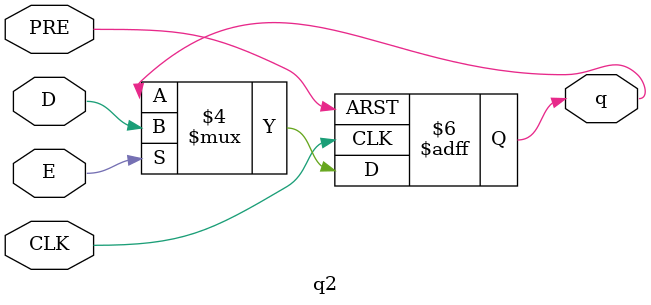
<source format=v>
module q2(
    input D,E,PRE,CLK,
    output reg q
);

always @ (posedge CLK or negedge PRE) begin
    if(~PRE)
    q = 1'b0;
    else if (E == 1) begin
        q <= D;
        
    end

  
end
endmodule
</source>
